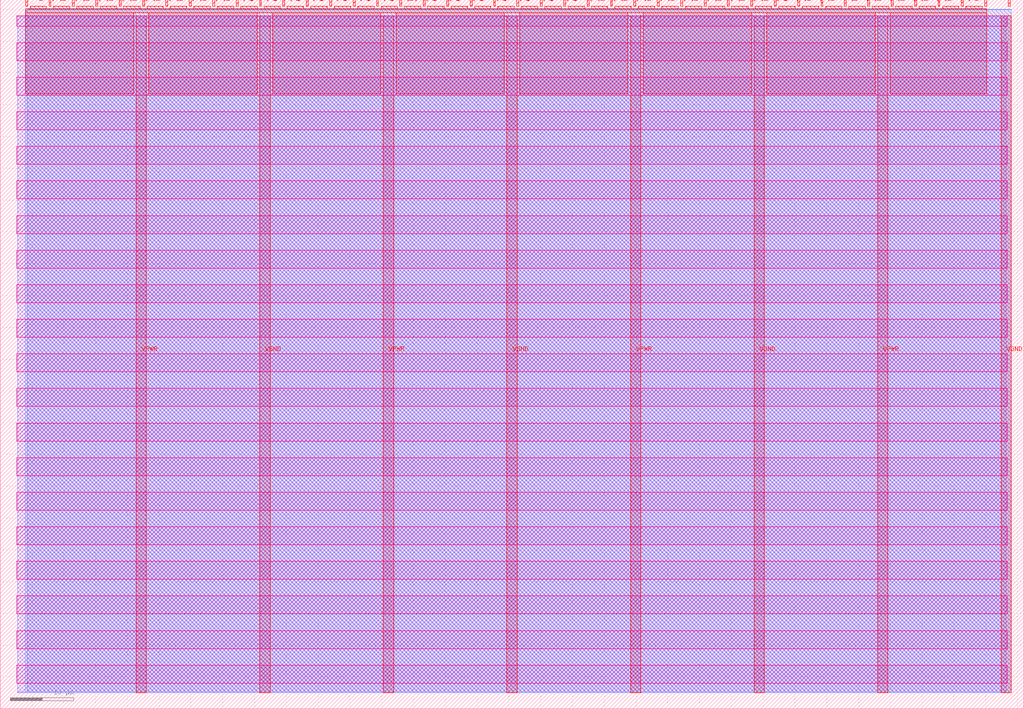
<source format=lef>
VERSION 5.7 ;
  NOWIREEXTENSIONATPIN ON ;
  DIVIDERCHAR "/" ;
  BUSBITCHARS "[]" ;
MACRO tt_um_wokwi_399336892246401025
  CLASS BLOCK ;
  FOREIGN tt_um_wokwi_399336892246401025 ;
  ORIGIN 0.000 0.000 ;
  SIZE 161.000 BY 111.520 ;
  PIN VGND
    DIRECTION INOUT ;
    USE GROUND ;
    PORT
      LAYER met4 ;
        RECT 40.830 2.480 42.430 109.040 ;
    END
    PORT
      LAYER met4 ;
        RECT 79.700 2.480 81.300 109.040 ;
    END
    PORT
      LAYER met4 ;
        RECT 118.570 2.480 120.170 109.040 ;
    END
    PORT
      LAYER met4 ;
        RECT 157.440 2.480 159.040 109.040 ;
    END
  END VGND
  PIN VPWR
    DIRECTION INOUT ;
    USE POWER ;
    PORT
      LAYER met4 ;
        RECT 21.395 2.480 22.995 109.040 ;
    END
    PORT
      LAYER met4 ;
        RECT 60.265 2.480 61.865 109.040 ;
    END
    PORT
      LAYER met4 ;
        RECT 99.135 2.480 100.735 109.040 ;
    END
    PORT
      LAYER met4 ;
        RECT 138.005 2.480 139.605 109.040 ;
    END
  END VPWR
  PIN clk
    DIRECTION INPUT ;
    USE SIGNAL ;
    ANTENNAGATEAREA 0.852000 ;
    PORT
      LAYER met4 ;
        RECT 154.870 110.520 155.170 111.520 ;
    END
  END clk
  PIN ena
    DIRECTION INPUT ;
    USE SIGNAL ;
    PORT
      LAYER met4 ;
        RECT 158.550 110.520 158.850 111.520 ;
    END
  END ena
  PIN rst_n
    DIRECTION INPUT ;
    USE SIGNAL ;
    PORT
      LAYER met4 ;
        RECT 151.190 110.520 151.490 111.520 ;
    END
  END rst_n
  PIN ui_in[0]
    DIRECTION INPUT ;
    USE SIGNAL ;
    PORT
      LAYER met4 ;
        RECT 147.510 110.520 147.810 111.520 ;
    END
  END ui_in[0]
  PIN ui_in[1]
    DIRECTION INPUT ;
    USE SIGNAL ;
    ANTENNAGATEAREA 0.196500 ;
    PORT
      LAYER met4 ;
        RECT 143.830 110.520 144.130 111.520 ;
    END
  END ui_in[1]
  PIN ui_in[2]
    DIRECTION INPUT ;
    USE SIGNAL ;
    ANTENNAGATEAREA 0.196500 ;
    PORT
      LAYER met4 ;
        RECT 140.150 110.520 140.450 111.520 ;
    END
  END ui_in[2]
  PIN ui_in[3]
    DIRECTION INPUT ;
    USE SIGNAL ;
    ANTENNAGATEAREA 0.196500 ;
    PORT
      LAYER met4 ;
        RECT 136.470 110.520 136.770 111.520 ;
    END
  END ui_in[3]
  PIN ui_in[4]
    DIRECTION INPUT ;
    USE SIGNAL ;
    ANTENNAGATEAREA 0.196500 ;
    PORT
      LAYER met4 ;
        RECT 132.790 110.520 133.090 111.520 ;
    END
  END ui_in[4]
  PIN ui_in[5]
    DIRECTION INPUT ;
    USE SIGNAL ;
    ANTENNAGATEAREA 0.196500 ;
    PORT
      LAYER met4 ;
        RECT 129.110 110.520 129.410 111.520 ;
    END
  END ui_in[5]
  PIN ui_in[6]
    DIRECTION INPUT ;
    USE SIGNAL ;
    ANTENNAGATEAREA 0.159000 ;
    PORT
      LAYER met4 ;
        RECT 125.430 110.520 125.730 111.520 ;
    END
  END ui_in[6]
  PIN ui_in[7]
    DIRECTION INPUT ;
    USE SIGNAL ;
    ANTENNAGATEAREA 0.196500 ;
    PORT
      LAYER met4 ;
        RECT 121.750 110.520 122.050 111.520 ;
    END
  END ui_in[7]
  PIN uio_in[0]
    DIRECTION INPUT ;
    USE SIGNAL ;
    PORT
      LAYER met4 ;
        RECT 118.070 110.520 118.370 111.520 ;
    END
  END uio_in[0]
  PIN uio_in[1]
    DIRECTION INPUT ;
    USE SIGNAL ;
    PORT
      LAYER met4 ;
        RECT 114.390 110.520 114.690 111.520 ;
    END
  END uio_in[1]
  PIN uio_in[2]
    DIRECTION INPUT ;
    USE SIGNAL ;
    PORT
      LAYER met4 ;
        RECT 110.710 110.520 111.010 111.520 ;
    END
  END uio_in[2]
  PIN uio_in[3]
    DIRECTION INPUT ;
    USE SIGNAL ;
    PORT
      LAYER met4 ;
        RECT 107.030 110.520 107.330 111.520 ;
    END
  END uio_in[3]
  PIN uio_in[4]
    DIRECTION INPUT ;
    USE SIGNAL ;
    PORT
      LAYER met4 ;
        RECT 103.350 110.520 103.650 111.520 ;
    END
  END uio_in[4]
  PIN uio_in[5]
    DIRECTION INPUT ;
    USE SIGNAL ;
    PORT
      LAYER met4 ;
        RECT 99.670 110.520 99.970 111.520 ;
    END
  END uio_in[5]
  PIN uio_in[6]
    DIRECTION INPUT ;
    USE SIGNAL ;
    PORT
      LAYER met4 ;
        RECT 95.990 110.520 96.290 111.520 ;
    END
  END uio_in[6]
  PIN uio_in[7]
    DIRECTION INPUT ;
    USE SIGNAL ;
    PORT
      LAYER met4 ;
        RECT 92.310 110.520 92.610 111.520 ;
    END
  END uio_in[7]
  PIN uio_oe[0]
    DIRECTION OUTPUT TRISTATE ;
    USE SIGNAL ;
    PORT
      LAYER met4 ;
        RECT 29.750 110.520 30.050 111.520 ;
    END
  END uio_oe[0]
  PIN uio_oe[1]
    DIRECTION OUTPUT TRISTATE ;
    USE SIGNAL ;
    PORT
      LAYER met4 ;
        RECT 26.070 110.520 26.370 111.520 ;
    END
  END uio_oe[1]
  PIN uio_oe[2]
    DIRECTION OUTPUT TRISTATE ;
    USE SIGNAL ;
    PORT
      LAYER met4 ;
        RECT 22.390 110.520 22.690 111.520 ;
    END
  END uio_oe[2]
  PIN uio_oe[3]
    DIRECTION OUTPUT TRISTATE ;
    USE SIGNAL ;
    PORT
      LAYER met4 ;
        RECT 18.710 110.520 19.010 111.520 ;
    END
  END uio_oe[3]
  PIN uio_oe[4]
    DIRECTION OUTPUT TRISTATE ;
    USE SIGNAL ;
    PORT
      LAYER met4 ;
        RECT 15.030 110.520 15.330 111.520 ;
    END
  END uio_oe[4]
  PIN uio_oe[5]
    DIRECTION OUTPUT TRISTATE ;
    USE SIGNAL ;
    PORT
      LAYER met4 ;
        RECT 11.350 110.520 11.650 111.520 ;
    END
  END uio_oe[5]
  PIN uio_oe[6]
    DIRECTION OUTPUT TRISTATE ;
    USE SIGNAL ;
    PORT
      LAYER met4 ;
        RECT 7.670 110.520 7.970 111.520 ;
    END
  END uio_oe[6]
  PIN uio_oe[7]
    DIRECTION OUTPUT TRISTATE ;
    USE SIGNAL ;
    PORT
      LAYER met4 ;
        RECT 3.990 110.520 4.290 111.520 ;
    END
  END uio_oe[7]
  PIN uio_out[0]
    DIRECTION OUTPUT TRISTATE ;
    USE SIGNAL ;
    PORT
      LAYER met4 ;
        RECT 59.190 110.520 59.490 111.520 ;
    END
  END uio_out[0]
  PIN uio_out[1]
    DIRECTION OUTPUT TRISTATE ;
    USE SIGNAL ;
    PORT
      LAYER met4 ;
        RECT 55.510 110.520 55.810 111.520 ;
    END
  END uio_out[1]
  PIN uio_out[2]
    DIRECTION OUTPUT TRISTATE ;
    USE SIGNAL ;
    PORT
      LAYER met4 ;
        RECT 51.830 110.520 52.130 111.520 ;
    END
  END uio_out[2]
  PIN uio_out[3]
    DIRECTION OUTPUT TRISTATE ;
    USE SIGNAL ;
    PORT
      LAYER met4 ;
        RECT 48.150 110.520 48.450 111.520 ;
    END
  END uio_out[3]
  PIN uio_out[4]
    DIRECTION OUTPUT TRISTATE ;
    USE SIGNAL ;
    PORT
      LAYER met4 ;
        RECT 44.470 110.520 44.770 111.520 ;
    END
  END uio_out[4]
  PIN uio_out[5]
    DIRECTION OUTPUT TRISTATE ;
    USE SIGNAL ;
    PORT
      LAYER met4 ;
        RECT 40.790 110.520 41.090 111.520 ;
    END
  END uio_out[5]
  PIN uio_out[6]
    DIRECTION OUTPUT TRISTATE ;
    USE SIGNAL ;
    PORT
      LAYER met4 ;
        RECT 37.110 110.520 37.410 111.520 ;
    END
  END uio_out[6]
  PIN uio_out[7]
    DIRECTION OUTPUT TRISTATE ;
    USE SIGNAL ;
    PORT
      LAYER met4 ;
        RECT 33.430 110.520 33.730 111.520 ;
    END
  END uio_out[7]
  PIN uo_out[0]
    DIRECTION OUTPUT TRISTATE ;
    USE SIGNAL ;
    ANTENNADIFFAREA 0.445500 ;
    PORT
      LAYER met4 ;
        RECT 88.630 110.520 88.930 111.520 ;
    END
  END uo_out[0]
  PIN uo_out[1]
    DIRECTION OUTPUT TRISTATE ;
    USE SIGNAL ;
    PORT
      LAYER met4 ;
        RECT 84.950 110.520 85.250 111.520 ;
    END
  END uo_out[1]
  PIN uo_out[2]
    DIRECTION OUTPUT TRISTATE ;
    USE SIGNAL ;
    PORT
      LAYER met4 ;
        RECT 81.270 110.520 81.570 111.520 ;
    END
  END uo_out[2]
  PIN uo_out[3]
    DIRECTION OUTPUT TRISTATE ;
    USE SIGNAL ;
    PORT
      LAYER met4 ;
        RECT 77.590 110.520 77.890 111.520 ;
    END
  END uo_out[3]
  PIN uo_out[4]
    DIRECTION OUTPUT TRISTATE ;
    USE SIGNAL ;
    PORT
      LAYER met4 ;
        RECT 73.910 110.520 74.210 111.520 ;
    END
  END uo_out[4]
  PIN uo_out[5]
    DIRECTION OUTPUT TRISTATE ;
    USE SIGNAL ;
    ANTENNADIFFAREA 0.445500 ;
    PORT
      LAYER met4 ;
        RECT 70.230 110.520 70.530 111.520 ;
    END
  END uo_out[5]
  PIN uo_out[6]
    DIRECTION OUTPUT TRISTATE ;
    USE SIGNAL ;
    PORT
      LAYER met4 ;
        RECT 66.550 110.520 66.850 111.520 ;
    END
  END uo_out[6]
  PIN uo_out[7]
    DIRECTION OUTPUT TRISTATE ;
    USE SIGNAL ;
    ANTENNADIFFAREA 0.445500 ;
    PORT
      LAYER met4 ;
        RECT 62.870 110.520 63.170 111.520 ;
    END
  END uo_out[7]
  OBS
      LAYER nwell ;
        RECT 2.570 107.385 158.430 108.990 ;
        RECT 2.570 101.945 158.430 104.775 ;
        RECT 2.570 96.505 158.430 99.335 ;
        RECT 2.570 91.065 158.430 93.895 ;
        RECT 2.570 85.625 158.430 88.455 ;
        RECT 2.570 80.185 158.430 83.015 ;
        RECT 2.570 74.745 158.430 77.575 ;
        RECT 2.570 69.305 158.430 72.135 ;
        RECT 2.570 63.865 158.430 66.695 ;
        RECT 2.570 58.425 158.430 61.255 ;
        RECT 2.570 52.985 158.430 55.815 ;
        RECT 2.570 47.545 158.430 50.375 ;
        RECT 2.570 42.105 158.430 44.935 ;
        RECT 2.570 36.665 158.430 39.495 ;
        RECT 2.570 31.225 158.430 34.055 ;
        RECT 2.570 25.785 158.430 28.615 ;
        RECT 2.570 20.345 158.430 23.175 ;
        RECT 2.570 14.905 158.430 17.735 ;
        RECT 2.570 9.465 158.430 12.295 ;
        RECT 2.570 4.025 158.430 6.855 ;
      LAYER li1 ;
        RECT 2.760 2.635 158.240 108.885 ;
      LAYER met1 ;
        RECT 2.760 2.480 159.040 109.040 ;
      LAYER met2 ;
        RECT 4.230 2.535 159.010 110.005 ;
      LAYER met3 ;
        RECT 3.950 2.555 159.030 109.985 ;
      LAYER met4 ;
        RECT 4.690 110.120 7.270 110.520 ;
        RECT 8.370 110.120 10.950 110.520 ;
        RECT 12.050 110.120 14.630 110.520 ;
        RECT 15.730 110.120 18.310 110.520 ;
        RECT 19.410 110.120 21.990 110.520 ;
        RECT 23.090 110.120 25.670 110.520 ;
        RECT 26.770 110.120 29.350 110.520 ;
        RECT 30.450 110.120 33.030 110.520 ;
        RECT 34.130 110.120 36.710 110.520 ;
        RECT 37.810 110.120 40.390 110.520 ;
        RECT 41.490 110.120 44.070 110.520 ;
        RECT 45.170 110.120 47.750 110.520 ;
        RECT 48.850 110.120 51.430 110.520 ;
        RECT 52.530 110.120 55.110 110.520 ;
        RECT 56.210 110.120 58.790 110.520 ;
        RECT 59.890 110.120 62.470 110.520 ;
        RECT 63.570 110.120 66.150 110.520 ;
        RECT 67.250 110.120 69.830 110.520 ;
        RECT 70.930 110.120 73.510 110.520 ;
        RECT 74.610 110.120 77.190 110.520 ;
        RECT 78.290 110.120 80.870 110.520 ;
        RECT 81.970 110.120 84.550 110.520 ;
        RECT 85.650 110.120 88.230 110.520 ;
        RECT 89.330 110.120 91.910 110.520 ;
        RECT 93.010 110.120 95.590 110.520 ;
        RECT 96.690 110.120 99.270 110.520 ;
        RECT 100.370 110.120 102.950 110.520 ;
        RECT 104.050 110.120 106.630 110.520 ;
        RECT 107.730 110.120 110.310 110.520 ;
        RECT 111.410 110.120 113.990 110.520 ;
        RECT 115.090 110.120 117.670 110.520 ;
        RECT 118.770 110.120 121.350 110.520 ;
        RECT 122.450 110.120 125.030 110.520 ;
        RECT 126.130 110.120 128.710 110.520 ;
        RECT 129.810 110.120 132.390 110.520 ;
        RECT 133.490 110.120 136.070 110.520 ;
        RECT 137.170 110.120 139.750 110.520 ;
        RECT 140.850 110.120 143.430 110.520 ;
        RECT 144.530 110.120 147.110 110.520 ;
        RECT 148.210 110.120 150.790 110.520 ;
        RECT 151.890 110.120 154.470 110.520 ;
        RECT 3.975 109.440 155.185 110.120 ;
        RECT 3.975 96.735 20.995 109.440 ;
        RECT 23.395 96.735 40.430 109.440 ;
        RECT 42.830 96.735 59.865 109.440 ;
        RECT 62.265 96.735 79.300 109.440 ;
        RECT 81.700 96.735 98.735 109.440 ;
        RECT 101.135 96.735 118.170 109.440 ;
        RECT 120.570 96.735 137.605 109.440 ;
        RECT 140.005 96.735 155.185 109.440 ;
  END
END tt_um_wokwi_399336892246401025
END LIBRARY


</source>
